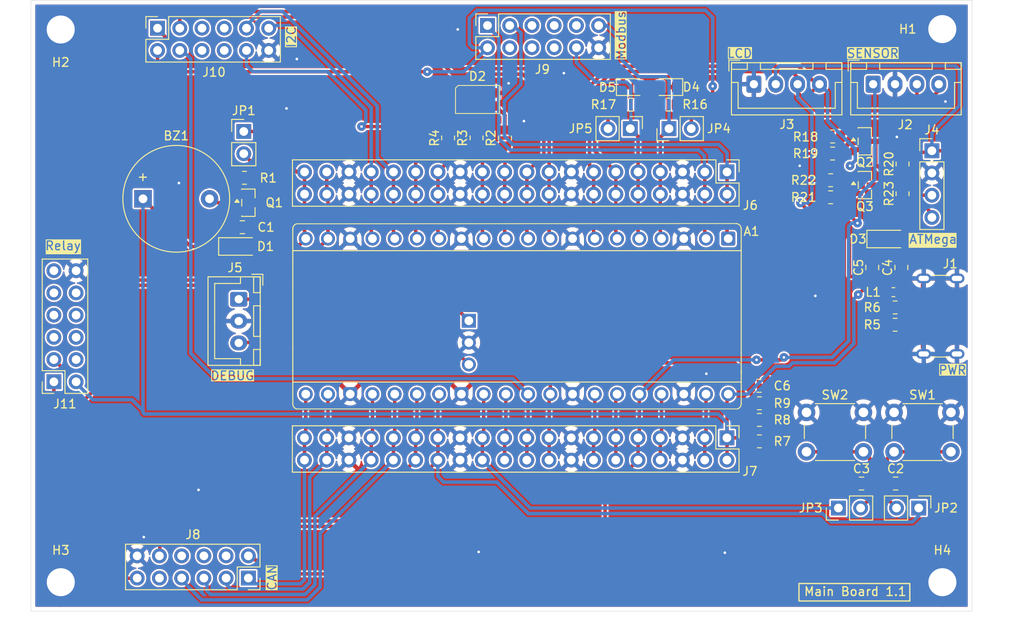
<source format=kicad_pcb>
(kicad_pcb (version 20241229) (generator "pcbnew") (generator_version "9.0")
  (title_block (title "Main_Board") (date "2025-10-26") (rev "1.1") (company "PKl"))
  (layers (0 "F.Cu" signal) (2 "B.Cu" signal) (13 "F.Paste" user) (15 "B.Paste" user) (5 "F.SilkS" user "F.Silkscreen") (7 "B.SilkS" user "B.Silkscreen") (1 "F.Mask" user) (3 "B.Mask" user) (25 "Edge.Cuts" user))
  (net 0 "")
  (net 1 "GPIO12")
  (net 2 "GPIO21")
  (net 3 "GND")
  (net 4 "ADC2")
  (net 5 "ADC_REF")
  (net 6 "GPIO20")
  (net 7 "GPIO9")
  (net 8 "GPIO8")
  (net 9 "ADC0")
  (net 10 "GPIO11")
  (net 11 "SPI0_CS")
  (net 12 "ADC1")
  (net 13 "GPIO2")
  (net 14 "UART0_TX")
  (net 15 "I2C0_SDA")
  (net 16 "SPI0_SCK")
  (net 17 "+3V3")
  (net 18 "SPI0_MOSI")
  (net 19 "I2C0_SCL")
  (net 20 "GPIO3")
  (net 21 "SPI0_MISO")
  (net 22 "I2C1_SCL")
  (net 23 "3V3_EN")
  (net 24 "GPIO22")
  (net 25 "UART0_RX")
  (net 26 "3V3")
  (net 27 "GPIO10")
  (net 28 "RUN")
  (net 29 "5V")
  (net 30 "Net-(BZ1--)")
  (net 31 "I2C1_SDA")
  (net 32 "USB_VBUS")
  (net 33 "USB_CC1")
  (net 34 "USB_CC2")
  (net 35 "SWCLK")
  (net 36 "SWDIO")
  (net 37 "Net-(D2-DO)")
  (net 38 "Net-(D2-VDD)")
  (net 39 "GPIO15")
  (net 40 "GPIO13")
  (net 41 "GPIO14")
  (net 42 "Net-(D2-DI)")
  (net 43 "Net-(D4-A)")
  (net 44 "Net-(D5-A)")
  (net 45 "Net-(Q1-B)")
  (net 46 "Net-(R7-Pad2)")
  (net 47 "I2C_5V_SDA")
  (net 48 "I2C_5V_SCL")
  (net 49 "Net-(JP2-B)")
  (net 50 "Net-(JP3-B)")
  (net 51 "Net-(JP1-B)")
  (net 52 "Net-(JP4-B)")
  (net 53 "Net-(JP5-B)")
  (net 76 "Net-(Q2-G)")
  (net 77 "Net-(Q3-G)")
  (footprint "Diode_SMD:D_SOD-123F" (layer "F.Cu") (at 188.29 91.27)
    (property "Reference" "D3")
    (property "Value" "SMF5.0A")
  )
  (footprint "Capacitor_SMD:C_0805_2012Metric" (layer "F.Cu") (at 190.015 94.52 -90)
    (property "Reference" "C4")
    (property "Value" "10uF")
  )
  (footprint "MountingHole:MountingHole_3.2mm_M3_DIN965_Pad" (layer "F.Cu") (at 194.69 67.27)
    (property "Reference" "H1")
    (property "Value" "MountingHole_Pad")
  )
  (footprint "Resistor_SMD:R_0805_2012Metric" (layer "F.Cu") (at 163.3875 75.9)
    (property "Reference" "R16")
    (property "Value" "330")
  )
  (footprint "Connector_PinHeader_2.54mm:PinHeader_2x20_P2.54mm_Vertical" (layer "F.Cu") (at 170.09 114 -90)
    (property "Reference" "J7")
    (property "Value" "Pico_Con2")
  )
  (footprint "Resistor_SMD:R_0805_2012Metric" (layer "F.Cu") (at 181.9375 84.55 180)
    (property "Reference" "R22")
    (property "Value" "4K7")
  )
  (footprint "Connector_PinSocket_2.54mm:PinSocket_2x06_P2.54mm_Vertical" (layer "F.Cu") (at 115.425 130.03 -90)
    (property "Reference" "J8")
    (property "Value" "CAN")
  )
  (footprint "MountingHole:MountingHole_3.2mm_M3_DIN965_Pad" (layer "F.Cu") (at 93.99 67.32)
    (property "Reference" "H2")
    (property "Value" "MountingHole_Pad")
  )
  (footprint "Resistor_SMD:R_0805_2012Metric" (layer "F.Cu") (at 159.125 75.91 180)
    (property "Reference" "R17")
    (property "Value" "330")
  )
  (footprint "Connector_PinHeader_2.54mm:PinHeader_1x02_P2.54mm_Vertical" (layer "F.Cu") (at 182.82 122.02 90)
    (property "Reference" "JP3")
    (property "Value" "Jumper_2_Bridged")
  )
  (footprint "Resistor_SMD:R_0805_2012Metric" (layer "F.Cu") (at 173.7975 110.05)
    (property "Reference" "R9")
    (property "Value" "1K")
  )
  (footprint "Connector_PinHeader_2.54mm:PinHeader_1x04_P2.54mm_Vertical" (layer "F.Cu") (at 193.5 81.18)
    (property "Reference" "J4")
    (property "Value" "ATMega")
  )
  (footprint "Resistor_SMD:R_0805_2012Metric" (layer "F.Cu") (at 173.7975 114.4)
    (property "Reference" "R7")
    (property "Value" "100K")
  )
  (footprint "Connector_PinHeader_2.54mm:PinHeader_1x02_P2.54mm_Vertical" (layer "F.Cu") (at 163.475 78.65 90)
    (property "Reference" "JP4")
    (property "Value" "Jumper_2_Bridged")
  )
  (footprint "Buzzer_Beeper:Buzzer_12x9.5RM7.6" (layer "F.Cu") (at 103.39 86.67)
    (property "Reference" "BZ1")
    (property "Value" "Buzzer 5V 12mm")
  )
  (footprint "Package_TO_SOT_SMD:SOT-23" (layer "F.Cu") (at 185.8375 80.1)
    (property "Reference" "Q2")
    (property "Value" "BSS138")
  )
  (footprint "Connector_JST:JST_XH_B4B-XH-A_1x04_P2.50mm_Vertical" (layer "F.Cu") (at 186.79 73.57)
    (property "Reference" "J2")
    (property "Value" "Sensor")
  )
  (footprint "Library:RaspberryPi_Pico_Common_Unspecified" (layer "F.Cu") (at 146.11 100.11 -90)
    (property "Reference" "A1")
    (property "Value" "RaspberryPi Pico 2W")
  )
  (footprint "Connector_PinSocket_2.54mm:PinSocket_2x06_P2.54mm_Vertical" (layer "F.Cu") (at 93.21 107.59 180)
    (property "Reference" "J11")
    (property "Value" "Relay")
  )
  (footprint "LED_SMD:LED_Avago_PLCC4_3.2x2.8mm_CW" (layer "F.Cu") (at 141.59 75.32)
    (property "Reference" "D2")
    (property "Value" "OSTBPCS2C2B")
  )
  (footprint "MountingHole:MountingHole_3.2mm_M3_DIN965_Pad" (layer "F.Cu") (at 194.7 130.5)
    (property "Reference" "H4")
    (property "Value" "MountingHole_Pad")
  )
  (footprint "Button_Switch_THT:SW_PUSH_6mm" (layer "F.Cu") (at 179.18 111.09)
    (property "Reference" "SW2")
    (property "Value" "Tact Switch 6x6mm / 13mm")
  )
  (footprint "Resistor_SMD:R_0805_2012Metric" (layer "F.Cu") (at 141.49 79.7075 -90)
    (property "Reference" "R3")
    (property "Value" "220")
  )
  (footprint "Resistor_SMD:R_0805_2012Metric" (layer "F.Cu") (at 114.9775 84.27)
    (property "Reference" "R1")
    (property "Value" "1K")
  )
  (footprint "Resistor_SMD:R_0805_2012Metric" (layer "F.Cu") (at 138.24 79.7075 -90)
    (property "Reference" "R4")
    (property "Value" "220")
  )
  (footprint "Inductor_SMD:L_0603_1608Metric" (layer "F.Cu") (at 189.1025 97.345)
    (property "Reference" "L1")
    (property "Value" "BLM18AG221SN1D")
  )
  (footprint "Connector_PinSocket_2.54mm:PinSocket_2x06_P2.54mm_Vertical" (layer "F.Cu") (at 142.74 66.86 90)
    (property "Reference" "J9")
    (property "Value" "Modbus")
  )
  (footprint "Capacitor_SMD:C_0805_2012Metric" (layer "F.Cu") (at 185.46 119.22 180)
    (property "Reference" "C3")
    (property "Value" "100nF")
  )
  (footprint "Resistor_SMD:R_0805_2012Metric" (layer "F.Cu") (at 173.7975 111.95 180)
    (property "Reference" "R8")
    (property "Value" "200K")
  )
  (footprint "Connector_PinHeader_2.54mm:PinHeader_1x02_P2.54mm_Vertical" (layer "F.Cu") (at 114.9 78.975)
    (property "Reference" "JP1")
    (property "Value" "Jumper_2_Bridged")
  )
  (footprint "Button_Switch_THT:SW_PUSH_6mm" (layer "F.Cu") (at 189.18 111.09)
    (property "Reference" "SW1")
    (property "Value" "Tact Switch 6x6mm / 13mm")
  )
  (footprint "LED_SMD:LED_0805_2012Metric" (layer "F.Cu") (at 159.15 73.9)
    (property "Reference" "D5")
    (property "Value" "LED")
  )
  (footprint "Connector_PinHeader_2.54mm:PinHeader_1x02_P2.54mm_Vertical" (layer "F.Cu") (at 159.05 78.65 -90)
    (property "Reference" "JP5")
    (property "Value" "Jumper_2_Bridged")
  )
  (footprint "Capacitor_SMD:C_0805_2012Metric" (layer "F.Cu") (at 189.36 119.22)
    (property "Reference" "C2")
    (property "Value" "100nF")
  )
  (footprint "Connector_JST:JST_XH_B4B-XH-A_1x04_P2.50mm_Vertical" (layer "F.Cu") (at 173.165 73.57)
    (property "Reference" "J3")
    (property "Value" "LCD 16x2")
  )
  (footprint "LED_SMD:LED_0805_2012Metric" (layer "F.Cu") (at 163.35 73.9 180)
    (property "Reference" "D4")
    (property "Value" "LED")
  )
  (footprint "Capacitor_SMD:C_0805_2012Metric" (layer "F.Cu") (at 114.74 89.92 180)
    (property "Reference" "C1")
    (property "Value" "100nF")
  )
  (footprint "Resistor_SMD:R_0805_2012Metric" (layer "F.Cu") (at 182.1625 81.5 180)
    (property "Reference" "R19")
    (property "Value" "4K7")
  )
  (footprint "Capacitor_SMD:C_0805_2012Metric" (layer "F.Cu") (at 173.76 108.05)
    (property "Reference" "C6")
    (property "Value" "100nF")
  )
  (footprint "Resistor_SMD:R_0805_2012Metric" (layer "F.Cu") (at 182.1625 79.55 180)
    (property "Reference" "R18")
    (property "Value" "4K7")
  )
  (footprint "Connector_JST:JST_XH_B3B-XH-A_1x03_P2.50mm_Vertical" (layer "F.Cu") (at 114.325 98.15 -90)
    (property "Reference" "J5")
    (property "Value" "DEBUG")
  )
  (footprint "MountingHole:MountingHole_3.2mm_M3_DIN965_Pad" (layer "F.Cu") (at 94 130.5)
    (property "Reference" "H3")
    (property "Value" "MountingHole_Pad")
  )
  (footprint "Connector_PinHeader_2.54mm:PinHeader_2x20_P2.54mm_Vertical" (layer "F.Cu") (at 170.1 83.6 -90)
    (property "Reference" "J6")
    (property "Value" "Pico_Con1")
  )
  (footprint "Resistor_SMD:R_0805_2012Metric" (layer "F.Cu") (at 189.3025 99.095)
    (property "Reference" "R6")
    (property "Value" "5K1")
  )
  (footprint "Package_TO_SOT_SMD:SOT-23" (layer "F.Cu") (at 185.85 85.1)
    (property "Reference" "Q3")
    (property "Value" "BSS138")
  )
  (footprint "Resistor_SMD:R_0805_2012Metric" (layer "F.Cu") (at 181.9375 86.5 180)
    (property "Reference" "R21")
    (property "Value" "4K7")
  )
  (footprint "Connector_PinSocket_2.54mm:PinSocket_2x06_P2.54mm_Vertical" (layer "F.Cu") (at 105.05 67.17 90)
    (property "Reference" "J10")
    (property "Value" "I2C")
  )
  (footprint "Capacitor_SMD:C_0805_2012Metric" (layer "F.Cu") (at 186.69 94.52 -90)
    (property "Reference" "C5")
    (property "Value" "100nF")
  )
  (footprint "Resistor_SMD:R_0805_2012Metric" (layer "F.Cu") (at 144.74 79.72 -90)
    (property "Reference" "R2")
    (property "Value" "220")
  )
  (footprint "Resistor_SMD:R_0805_2012Metric" (layer "F.Cu") (at 190.15 86.1 -90)
    (property "Reference" "R23")
    (property "Value" "4K7")
  )
  (footprint "Resistor_SMD:R_0805_2012Metric" (layer "F.Cu") (at 189.3025 101.07)
    (property "Reference" "R5")
    (property "Value" "5K1")
  )
  (footprint "Package_TO_SOT_SMD:SOT-23" (layer "F.Cu") (at 115.4275 87.12)
    (property "Reference" "Q1")
    (property "Value" "BC817-40-DIO")
  )
  (footprint "Connector_USB:USB_C_Receptacle_GCT_USB4125-xx-x_6P_TopMnt_Horizontal" (layer "F.Cu") (at 195.565 100.09 90)
    (property "Reference" "J1")
    (property "Value" "USB_C_Receptacle_PowerOnly_6P")
  )
  (footprint "Resistor_SMD:R_0805_2012Metric" (layer "F.Cu") (at 190.15 82.6875 90)
    (property "Reference" "R20")
    (property "Value" "4K7")
  )
  (footprint "Connector_PinHeader_2.54mm:PinHeader_1x02_P2.54mm_Vertical" (layer "F.Cu") (at 192 122.02 -90)
    (property "Reference" "JP2")
    (property "Value" "Jumper_2_Bridged")
  )
  (footprint "Diode_SMD:D_SOD-123F" (layer "F.Cu") (at 114.24 92.12)
    (property "Reference" "D1")
    (property "Value" "1N4148W-DIO")
  )
  (gr_rect (start 178.32 130.65) (end 190.98 132.65) (stroke (width 0.15)) (fill no) (layer "F.SilkS"))
  (gr_rect (start 90.59 63.97) (end 198.09 133.81) (stroke (width 0.05)) (fill no) (layer "Edge.Cuts"))
  (gr_text "CAN" (at 118.13 129.97 90) (layer "F.SilkS" knockout) (effects (font (size 1 1))))
  (gr_text "I2C" (at 120.34 68.18 90) (layer "F.SilkS" knockout) (effects (font (size 1 1))))
  (gr_text "Modbus" (at 158 68 90) (layer "F.SilkS" knockout) (effects (font (size 1 1))))
  (gr_text "DEBUG" (at 113.6 106.9 0) (layer "F.SilkS" knockout) (effects (font (size 1 1))))
  (gr_text "SENSOR" (at 186.75 70.05 0) (layer "F.SilkS" knockout) (effects (font (size 1 1))))
  (gr_text "ATMega" (at 193.65 91.3 0) (layer "F.SilkS" knockout) (effects (font (size 1 1))))
  (gr_text "Main Board 1.1" (at 178.82 132.15 0) (layer "F.SilkS") (effects (font (size 1 1)) (justify left bottom)))
  (gr_text "PWR" (at 195.85 106.25 0) (layer "F.SilkS" knockout) (effects (font (size 1 1))))
  (gr_text "LCD" (at 171.55 70.05 0) (layer "F.SilkS" knockout) (effects (font (size 1 1))))
  (gr_text "Relay" (at 94.25 92.04 0) (layer "F.SilkS" knockout) (effects (font (size 1 1))))
  (segment (start 132 86.2) (end 132 91.08) (width 0.4) (layer "F.Cu") (net 1))
  (segment (start 132 91.08) (end 132.14 91.22) (width 0.4) (layer "F.Cu") (net 1))
  (segment (start 132 86.2) (end 132 83.66) (width 0.4) (layer "F.Cu") (net 1))
  (segment (start 131.82 83.6) (end 132 83.6) (width 0.4) (layer "B.Cu") (net 1))
  (segment (start 116.83 65.24) (end 119.32 65.24) (width 0.4) (layer "B.Cu") (net 1))
  (segment (start 115.21 66.86) (end 116.83 65.24) (width 0.4) (layer "B.Cu") (net 1))
  (segment (start 130.16 76.08) (end 130.16 81.94) (width 0.4) (layer "B.Cu") (net 1))
  (segment (start 130.16 81.94) (end 131.82 83.6) (width 0.4) (layer "B.Cu") (net 1))
  (segment (start 119.32 65.24) (end 130.16 76.08) (width 0.4) (layer "B.Cu") (net 1))
  (segment (start 137.08 116.54) (end 137.08 114) (width 0.4) (layer "F.Cu") (net 2))
  (segment (start 133.78 118.14) (end 135.47 118.14) (width 0.4) (layer "F.Cu") (net 2))
  (segment (start 105.265 127.49) (end 105.315 127.44) (width 0.4) (layer "F.Cu") (net 2))
  (segment (start 135.47 118.14) (end 137.07 116.54) (width 0.4) (layer "F.Cu") (net 2))
  (segment (start 107.14 124.13) (end 127.79 124.13) (width 0.4) (layer "F.Cu") (net 2))
  (segment (start 105.315 125.955) (end 107.14 124.13) (width 0.4) (layer "F.Cu") (net 2))
  (segment (start 137.08 109.14) (end 137.22 109) (width 0.4) (layer "F.Cu") (net 2))
  (segment (start 192 122.02) (end 192 122.18) (width 0.4) (layer "F.Cu") (net 2))
  (segment (start 127.79 124.13) (end 133.78 118.14) (width 0.4) (layer "F.Cu") (net 2))
  (segment (start 137.49 116.96) (end 137.07 116.54) (width 0.4) (layer "F.Cu") (net 2))
  (segment (start 105.315 127.44) (end 105.315 125.955) (width 0.4) (layer "F.Cu") (net 2))
  (segment (start 137.08 114) (end 137.08 109.14) (width 0.4) (layer "F.Cu") (net 2))
  (segment (start 137.05 116.56) (end 137.07 116.54) (width 0.4) (layer "F.Cu") (net 2))
  (segment (start 191.28 123.62) (end 181.98 123.62) (width 0.4) (layer "B.Cu") (net 2))
  (segment (start 147.42 122.66) (end 143.82 119.06) (width 0.4) (layer "B.Cu") (net 2))
  (segment (start 181.98 123.62) (end 181.02 122.66) (width 0.4) (layer "B.Cu") (net 2))
  (segment (start 181.02 122.66) (end 147.42 122.66) (width 0.4) (layer "B.Cu") (net 2))
  (segment (start 137.72 119.06) (end 137.07 118.41) (width 0.4) (layer "B.Cu") (net 2))
  (segment (start 143.82 119.06) (end 137.72 119.06) (width 0.4) (layer "B.Cu") (net 2))
  (segment (start 192 122.9) (end 191.28 123.62) (width 0.4) (layer "B.Cu") (net 2))
  (segment (start 137.07 118.41) (end 137.07 116.54) (width 0.4) (layer "B.Cu") (net 2))
  (segment (start 192 122.02) (end 192 122.9) (width 0.4) (layer "B.Cu") (net 2))
  (segment (start 194.96 128.91) (end 195.12 128.75) (width 0.4) (layer "F.Cu") (net 3))
  (via (at 195.05 75.55) (size 1) (drill 0.3) (layers "F.Cu" "B.Cu") (net 3))
  (via (at 139.34 67.31) (size 1) (drill 0.3) (layers "F.Cu" "B.Cu") (net 3))
  (via (at 120.96 70.69) (size 1) (drill 0.3) (layers "F.Cu" "B.Cu") (net 3))
  (via (at 167.74 106.67) (size 1) (drill 0.3) (layers "F.Cu" "B.Cu") (net 3))
  (via (at 103.48 125.34) (size 1) (drill 0.3) (layers "F.Cu" "B.Cu") (net 3))
  (via (at 189.5 79.6) (size 1) (drill 0.3) (layers "F.Cu" "B.Cu") (net 3))
  (via (at 169.85 127.13) (size 1) (drill 0.3) (layers "F.Cu" "B.Cu") (net 3))
  (via (at 180.19 97.77) (size 1) (drill 0.3) (layers "F.Cu" "B.Cu") (net 3))
  (via (at 151.46 72.31) (size 1) (drill 0.3) (layers "F.Cu" "B.Cu") (net 3))
  (via (at 146.9 77.79) (size 1) (drill 0.3) (layers "F.Cu" "B.Cu") (net 3))
  (via (at 178.4 82.9) (size 1) (drill 0.3) (layers "F.Cu" "B.Cu") (net 3))
  (via (at 107.49 84.87) (size 1) (drill 0.3) (layers "F.Cu" "B.Cu") (net 3))
  (via (at 145.15 73.47) (size 1) (drill 0.3) (layers "F.Cu" "B.Cu") (net 3))
  (via (at 141.73 127.04) (size 1) (drill 0.3) (layers "F.Cu" "B.Cu") (net 3))
  (via (at 109.73 119.95) (size 1) (drill 0.3) (layers "F.Cu" "B.Cu") (net 3))
  (via (at 119.78 76.34) (size 1) (drill 0.3) (layers "F.Cu" "B.Cu") (net 3))
  (segment (start 155 113.86) (end 154.86 114) (width 0.4) (layer "F.Cu") (net 4))
  (segment (start 154.86 114) (end 154.86 116.54) (width 0.4) (layer "F.Cu") (net 4))
  (segment (start 155 109) (end 155 113.86) (width 0.4) (layer "F.Cu") (net 4))
  (segment (start 157.4 109.14) (end 157.54 109) (width 0.4) (layer "F.Cu") (net 5))
  (segment (start 157.4 116.54) (end 157.4 114) (width 0.4) (layer "F.Cu") (net 5))
  (segment (start 157.4 114) (end 157.4 109.14) (width 0.4) (layer "F.Cu") (net 5))
  (segment (start 99.65 129.52) (end 100.21 130.08) (width 0.4) (layer "F.Cu") (net 6))
  (segment (start 134.53 116.54) (end 127.57 123.5) (width 0.4) (layer "F.Cu") (net 6))
  (segment (start 100.21 130.08) (end 100.24 130.05) (width 0.4) (layer "F.Cu") (net 6))
  (segment (start 101.96 123.5) (end 99.65 125.81) (width 0.4) (layer "F.Cu") (net 6))
  (segment (start 127.57 123.5) (end 101.96 123.5) (width 0.4) (layer "F.Cu") (net 6))
  (segment (start 134.53 114) (end 134.53 116.54) (width 0.4) (layer "F.Cu") (net 6))
  (segment (start 134.68 113.85) (end 134.53 114) (width 0.4) (layer "F.Cu") (net 6))
  (segment (start 102.705 130.05) (end 102.725 130.03) (width 0.4) (layer "F.Cu") (net 6))
  (segment (start 99.65 125.81) (end 99.65 129.52) (width 0.4) (layer "F.Cu") (net 6))
  (segment (start 100.24 130.05) (end 102.705 130.05) (width 0.4) (layer "F.Cu") (net 6))
  (segment (start 134.68 109) (end 134.68 113.85) (width 0.4) (layer "F.Cu") (net 6))
  (segment (start 142.16 91.08) (end 142.3 91.22) (width 0.4) (layer "F.Cu") (net 7))
  (segment (start 142.16 81.29) (end 142.16 83.6) (width 0.4) (layer "F.Cu") (net 7))
  (segment (start 141.49 80.62) (end 142.16 81.29) (width 0.4) (layer "F.Cu") (net 7))
  (segment (start 142.16 86.2) (end 142.16 91.08) (width 0.4) (layer "F.Cu") (net 7))
  (segment (start 142.16 83.66) (end 142.16 86.2) (width 0.4) (layer "F.Cu") (net 7))
  (segment (start 144.7 91.08) (end 144.84 91.22) (width 0.4) (layer "F.Cu") (net 8))
  (segment (start 144.7 83.66) (end 144.7 86.2) (width 0.4) (layer "F.Cu") (net 8))
  (segment (start 144.7 86.2) (end 144.7 91.08) (width 0.4) (layer "F.Cu") (net 8))
  (segment (start 144.74 83.56) (end 144.7 83.6) (width 0.4) (layer "F.Cu") (net 8))
  (segment (start 144.74 80.6325) (end 144.74 83.56) (width 0.4) (layer "F.Cu") (net 8))
  (segment (start 147.38 109) (end 147.38 113.86) (width 0.4) (layer "F.Cu") (net 9))
  (segment (start 147.24 114) (end 147.24 116.54) (width 0.4) (layer "F.Cu") (net 9))
  (segment (start 147.38 113.86) (end 147.24 114) (width 0.4) (layer "F.Cu") (net 9))
  (segment (start 111.75 107.24) (end 145.62 107.24) (width 0.4) (layer "B.Cu") (net 9))
  (segment (start 145.62 107.24) (end 147.38 109) (width 0.4) (layer "B.Cu") (net 9))
  (segment (start 108.85 104.34) (end 111.75 107.24) (width 0.4) (layer "B.Cu") (net 9))
  (segment (start 108.85 70.66) (end 108.85 104.34) (width 0.4) (layer "B.Cu") (net 9))
  (segment (start 107.59 69.4) (end 108.85 70.66) (width 0.4) (layer "B.Cu") (net 9))
  (segment (start 128.35 78.41) (end 134.03 78.41) (width 0.4) (layer "F.Cu") (net 10))
  (segment (start 134.03 78.41) (end 134.54 78.92) (width 0.4) (layer "F.Cu") (net 10))
  (segment (start 134.54 86.2) (end 134.54 91.08) (width 0.4) (layer "F.Cu") (net 10))
  (segment (start 134.54 78.92) (end 134.54 83.6) (width 0.4) (layer "F.Cu") (net 10))
  (segment (start 134.54 83.66) (end 134.54 86.2) (width 0.4) (layer "F.Cu") (net 10))
  (segment (start 134.54 91.08) (end 134.68 91.22) (width 0.4) (layer "F.Cu") (net 10))
  (via (at 128.35 78.41) (size 1) (drill 0.3) (layers "F.Cu" "B.Cu") (net 10))
  (segment (start 115.21 71.43) (end 115.9 72.12) (width 0.4) (layer "B.Cu") (net 10))
  (segment (start 128.35 78.41) (end 128.31 78.45) (width 0.4) (layer "B.Cu") (net 10))
  (segment (start 128.84 77.92) (end 128.35 78.41) (width 0.4) (layer "B.Cu") (net 10))
  (segment (start 128.84 76.52) (end 128.84 77.92) (width 0.4) (layer "B.Cu") (net 10))
  (segment (start 115.21 69.4) (end 115.21 71.43) (width 0.4) (layer "B.Cu") (net 10))
  (segment (start 115.9 72.12) (end 124.44 72.12) (width 0.4) (layer "B.Cu") (net 10))
  (segment (start 124.44 72.12) (end 128.84 76.52) (width 0.4) (layer "B.Cu") (net 10))
  (segment (start 124.52 109) (end 124.52 113.86) (width 0.4) (layer "F.Cu") (net 11))
  (segment (start 124.38 114) (end 124.38 116.54) (width 0.4) (layer "F.Cu") (net 11))
  (segment (start 124.52 113.86) (end 124.38 114) (width 0.4) (layer "F.Cu") (net 11))
  (segment (start 122.43 130.51) (end 121.66 131.28) (width 0.4) (layer "B.Cu") (net 11))
  (segment (start 122.43 118.48) (end 122.43 130.51) (width 0.4) (layer "B.Cu") (net 11))
  (segment (start 112.935 130.775) (end 112.935 130.4) (width 0.4) (layer "B.Cu") (net 11))
  (segment (start 113.44 131.28) (end 112.935 130.775) (width 0.4) (layer "B.Cu") (net 11))
  (segment (start 124.37 116.54) (end 122.43 118.48) (width 0.4) (layer "B.Cu") (net 11))
  (segment (start 121.66 131.28) (end 113.44 131.28) (width 0.4) (layer "B.Cu") (net 11))
  (segment (start 149.78 116.54) (end 149.78 114) (width 0.4) (layer "F.Cu") (net 12))
  (segment (start 149.92 105.89) (end 149.92 109) (width 0.4) (layer "F.Cu") (net 12))
  (segment (start 149.78 109.14) (end 149.92 109) (width 0.4) (layer "F.Cu") (net 12))
  (segment (start 172.81 108.05) (end 172.81 107.24) (width 0.4) (layer "F.Cu") (net 12))
  (segment (start 149.78 114) (end 149.78 109.14) (width 0.4) (layer "F.Cu") (net 12))
  (segment (start 172.81 107.24) (end 170.99 105.42) (width 0.4) (layer "F.Cu") (net 12))
  (segment (start 150.39 105.42) (end 149.92 105.89) (width 0.4) (layer "F.Cu") (net 12))
  (segment (start 170.99 105.42) (end 150.39 105.42) (width 0.4) (layer "F.Cu") (net 12))
  (segment (start 172.885 108.125) (end 172.81 108.05) (width 0.4) (layer "F.Cu") (net 12))
  (segment (start 172.885 110.05) (end 172.885 108.125) (width 0.4) (layer "F.Cu") (net 12))
  (segment (start 162.48 86.2) (end 162.48 91.08) (width 0.4) (layer "F.Cu") (net 13))
  (segment (start 162.48 91.08) (end 162.62 91.22) (width 0.4) (layer "F.Cu") (net 13))
  (segment (start 162.48 83.66) (end 162.48 86.2) (width 0.4) (layer "F.Cu") (net 13))
  (segment (start 162.48 79.645) (end 162.48 83.6) (width 0.4) (layer "F.Cu") (net 13))
  (segment (start 163.475 78.65) (end 162.48 79.645) (width 0.4) (layer "F.Cu") (net 13))
  (segment (start 156.34 66.86) (end 158.08 68.6) (width 0.4) (layer "B.Cu") (net 13))
  (segment (start 163.02 72.71) (end 163.48 73.17) (width 0.4) (layer "B.Cu") (net 13))
  (segment (start 158.08 68.6) (end 158.08 70.79) (width 0.4) (layer "B.Cu") (net 13))
  (segment (start 158.08 70.79) (end 160 72.71) (width 0.4) (layer "B.Cu") (net 13))
  (segment (start 163.475 73.575) (end 163.475 78.65) (width 0.4) (layer "B.Cu") (net 13))
  (segment (start 155.44 66.86) (end 156.34 66.86) (width 0.4) (layer "B.Cu") (net 13))
  (segment (start 160 72.71) (end 163.02 72.71) (width 0.4) (layer "B.Cu") (net 13))
  (segment (start 163.48 73.57) (end 163.475 73.575) (width 0.4) (layer "B.Cu") (net 13))
  (segment (start 163.48 73.17) (end 163.48 73.57) (width 0.4) (layer "B.Cu") (net 13))
  (segment (start 155.455 66.861424) (end 155.455 66.795) (width 0.4) (layer "B.Cu") (net 13))
  (segment (start 170.1 83.66) (end 170.1 86.2) (width 0.4) (layer "F.Cu") (net 14))
  (segment (start 170.1 91.08) (end 170.24 91.22) (width 0.4) (layer "F.Cu") (net 14))
  (segment (start 170.1 86.2) (end 170.1 91.08) (width 0.4) (layer "F.Cu") (net 14))
  (segment (start 169.15 80.47) (end 170.1 81.42) (width 0.4) (layer "B.Cu") (net 14))
  (segment (start 170.1 81.42) (end 170.1 83.6) (width 0.4) (layer "B.Cu") (net 14))
  (segment (start 144.67 79.51) (end 145.63 80.47) (width 0.4) (layer "B.Cu") (net 14))
  (segment (start 144.67 75.48) (end 144.67 79.51) (width 0.4) (layer "B.Cu") (net 14))
  (segment (start 146.56 67.72) (end 146.56 73.59) (width 0.4) (layer "B.Cu") (net 14))
  (segment (start 145.63 80.47) (end 169.15 80.47) (width 0.4) (layer "B.Cu") (net 14))
  (segment (start 146.56 73.59) (end 144.67 75.48) (width 0.4) (layer "B.Cu") (net 14))
  (segment (start 145.295 66.861424) (end 145.701424 66.861424) (width 0.4) (layer "B.Cu") (net 14))
  (segment (start 145.701424 66.861424) (end 146.56 67.72) (width 0.4) (layer "B.Cu") (net 14))
  (segment (start 157.4 91.08) (end 157.54 91.22) (width 0.4) (layer "F.Cu") (net 15))
  (segment (start 178.18 74.54) (end 178.18 73.585) (width 0.4) (layer "F.Cu") (net 15))
  (segment (start 178.74 75.1) (end 178.18 74.54) (width 0.4) (layer "F.Cu") (net 15))
  (segment (start 155 81.2) (end 157.4 83.6) (width 0.4) (layer "F.Cu") (net 15))
  (segment (start 194.29 74.29) (end 191.37 77.21) (width 0.4) (layer "F.Cu") (net 15))
  (segment (start 180.83 77.21) (end 178.74 75.12) (width 0.4) (layer "F.Cu") (net 15))
  (segment (start 184.4625 86.5) (end 184.9125 86.05) (width 0.4) (layer "F.Cu") (net 15))
  (segment (start 191.37 77.21) (end 180.83 77.21) (width 0.4) (layer "F.Cu") (net 15))
  (segment (start 178.165 72.795) (end 177.49 72.12) (width 0.4) (layer "F.Cu") (net 15))
  (segment (start 157.4 83.66) (end 157.4 86.2) (width 0.4) (layer "F.Cu") (net 15))
  (segment (start 155 74.11) (end 155 81.2) (width 0.4) (layer "F.Cu") (net 15))
  (segment (start 179.5 88.15) (end 182.55 88.15) (width 0.4) (layer "F.Cu") (net 15))
  (segment (start 194.29 73.57) (end 194.29 74.29) (width 0.4) (layer "F.Cu") (net 15))
  (segment (start 178.74 75.12) (end 178.74 75.1) (width 0.4) (layer "F.Cu") (net 15))
  (segment (start 178.5 87.15) (end 179.5 88.15) (width 0.4) (layer "F.Cu") (net 15))
  (segment (start 182.85 87.85) (end 182.85 86.375) (width 0.4) (layer "F.Cu") (net 15))
  (segment (start 178.18 73.585) (end 178.165 73.57) (width 0.4) (layer "F.Cu") (net 15))
  (segment (start 178.165 73.57) (end 178.165 72.795) (width 0.4) (layer "F.Cu") (net 15))
  (segment (start 182.85 86.5) (end 184.4625 86.5) (width 0.4) (layer "F.Cu") (net 15))
  (segment (start 177.49 72.12) (end 156.99 72.12) (width 0.4) (layer "F.Cu") (net 15))
  (segment (start 156.99 72.12) (end 155 74.11) (width 0.4) (layer "F.Cu") (net 15))
  (segment (start 182.85 86.375) (end 183.0625 86.1625) (width 0.4) (layer "F.Cu") (net 15))
  (segment (start 157.4 86.2) (end 157.4 91.08) (width 0.4) (layer "F.Cu") (net 15))
  (segment (start 182.55 88.15) (end 182.85 87.85) (width 0.4) (layer "F.Cu") (net 15))
  (via (at 178.5 87.15) (size 1) (drill 0.3) (layers "F.Cu" "B.Cu") (net 15))
  (segment (start 179.79 86.66) (end 179.79 76.77) (width 0.4) (layer "B.Cu") (net 15))
  (segment (start 178.5 87.15) (end 179.3 87.15) (width 0.4) (layer "B.Cu") (net 15))
  (segment (start 178.165 75.145) (end 178.165 73.57) (width 0.4) (layer "B.Cu") (net 15))
  (segment (start 179.79 76.77) (end 178.165 75.145) (width 0.4) (layer "B.Cu") (net 15))
  (segment (start 179.3 87.15) (end 179.79 86.66) (width 0.4) (layer "B.Cu") (net 15))
  (segment (start 129.46 116.54) (end 129.46 114) (width 0.4) (layer "F.Cu") (net 16))
  (segment (start 129.6 113.86) (end 129.46 114) (width 0.4) (layer "F.Cu") (net 16))
  (segment (start 129.6 109) (end 129.6 113.86) (width 0.4) (layer "F.Cu") (net 16))
  (segment (start 110.395 130.4) (end 110.365 130.43) (width 0.4) (layer "B.Cu") (net 16))
  (segment (start 129.45 116.54) (end 123.03 122.96) (width 0.4) (layer "B.Cu") (net 16))
  (segment (start 111.1 131.9) (end 110.7 131.5) (width 0.4) (layer "B.Cu") (net 16))
  (segment (start 110.7 131.5) (end 110.7 130.43) (width 0.4) (layer "B.Cu") (net 16))
  (segment (start 110.67 130.4) (end 110.395 130.4) (width 0.4) (layer "B.Cu") (net 16))
  (segment (start 123.03 130.78) (end 121.91 131.9) (width 0.4) (layer "B.Cu") (net 16))
  (segment (start 121.91 131.9) (end 111.1 131.9) (width 0.4) (layer "B.Cu") (net 16))
  (segment (start 110.7 130.43) (end 110.67 130.4) (width 0.4) (layer "B.Cu") (net 16))
  (segment (start 123.03 122.96) (end 123.03 130.78) (width 0.4) (layer "B.Cu") (net 16))
  (segment (start 167.56 114) (end 167.56 116.54) (width 0.4) (layer "F.Cu") (net 17))
  (segment (start 167.7 113.86) (end 167.56 114) (width 0.4) (layer "F.Cu") (net 17))
  (segment (start 167.7 109) (end 167.7 113.86) (width 0.4) (layer "F.Cu") (net 17))
  (segment (start 132.14 109) (end 132.14 113.86) (width 0.4) (layer "F.Cu") (net 18))
  (segment (start 132.14 113.86) (end 132 114) (width 0.4) (layer "F.Cu") (net 18))
  (segment (start 132 114) (end 132 116.54) (width 0.4) (layer "F.Cu") (net 18))
  (segment (start 123.63 131.05) (end 122.16 132.52) (width 0.4) (layer "B.Cu") (net 18))
  (segment (start 107.97 130.4) (end 107.855 130.4) (width 0.4) (layer "B.Cu") (net 18))
  (segment (start 131.99 116.54) (end 123.63 124.9) (width 0.4) (layer "B.Cu") (net 18))
  (segment (start 123.63 124.9) (end 123.63 131.05) (width 0.4) (layer "B.Cu") (net 18))
  (segment (start 110.09 132.52) (end 107.97 130.4) (width 0.4) (layer "B.Cu") (net 18))
  (segment (start 122.16 132.52) (end 110.09 132.52) (width 0.4) (layer "B.Cu") (net 18))
  (segment (start 154.4 83.14) (end 154.4 73.81) (width 0.4) (layer "F.Cu") (net 19))
  (segment (start 154.86 83.6) (end 154.4 83.14) (width 0.4) (layer "F.Cu") (net 19))
  (segment (start 178.27 71.52) (end 180.32 73.57) (width 0.4) (layer "F.Cu") (net 19))
  (segment (start 184.15 82.9) (end 184.75 82.3) (width 0.4) (layer "F.Cu") (net 19))
  (segment (start 156.69 71.52) (end 178.27 71.52) (width 0.4) (layer "F.Cu") (net 19))
  (segment (start 154.86 91.08) (end 155 91.22) (width 0.4) (layer "F.Cu") (net 19))
  (segment (start 180.32 73.57) (end 180.665 73.57) (width 0.4) (layer "F.Cu") (net 19))
  (segment (start 184.75 81.2) (end 184.9 81.05) (width 0.4) (layer "F.Cu") (net 19))
  (segment (start 154.4 73.81) (end 156.69 71.52) (width 0.4) (layer "F.Cu") (net 19))
  (segment (start 183.075 81.5) (end 184.45 81.5) (width 0.4) (layer "F.Cu") (net 19))
  (segment (start 191.79 75.94) (end 191.12 76.61) (width 0.4) (layer "F.Cu") (net 19))
  (segment (start 154.86 83.66) (end 154.86 86.2) (width 0.4) (layer "F.Cu") (net 19))
  (segment (start 184.75 82.3) (end 184.75 81.2) (width 0.4) (layer "F.Cu") (net 19))
  (segment (start 191.12 76.61) (end 181.15 76.61) (width 0.4) (layer "F.Cu") (net 19))
  (segment (start 179.75 75.21) (end 179.75 74.485) (width 0.4) (layer "F.Cu") (net 19))
  (segment (start 154.86 86.2) (end 154.86 91.08) (width 0.4) (layer "F.Cu") (net 19))
  (segment (start 181.15 76.61) (end 179.75 75.21) (width 0.4) (layer "F.Cu") (net 19))
  (segment (start 191.79 73.57) (end 191.79 75.94) (width 0.4) (layer "F.Cu") (net 19))
  (segment (start 179.75 74.485) (end 180.665 73.57) (width 0.4) (layer "F.Cu") (net 19))
  (segment (start 184.45 81.5) (end 184.9 81.05) (width 0.4) (layer "F.Cu") (net 19))
  (via (at 184.15 82.9) (size 1) (drill 0.3) (layers "F.Cu" "B.Cu") (net 19))
  (segment (start 181.59 74.495) (end 180.665 73.57) (width 0.4) (layer "B.Cu") (net 19))
  (segment (start 184.75 82.3) (end 184.75 80.98) (width 0.4) (layer "B.Cu") (net 19))
  (segment (start 181.59 77.82) (end 181.59 74.495) (width 0.4) (layer "B.Cu") (net 19))
  (segment (start 184.15 82.9) (end 184.75 82.3) (width 0.4) (layer "B.Cu") (net 19))
  (segment (start 184.75 80.98) (end 181.59 77.82) (width 0.4) (layer "B.Cu") (net 19))
  (segment (start 159.94 83.66) (end 159.94 86.2) (width 0.4) (layer "F.Cu") (net 20))
  (segment (start 159.94 86.2) (end 159.94 91.08) (width 0.4) (layer "F.Cu") (net 20))
  (segment (start 159.94 79.54) (end 159.94 83.6) (width 0.4) (layer "F.Cu") (net 20))
  (segment (start 159.05 78.65) (end 159.94 79.54) (width 0.4) (layer "F.Cu") (net 20))
  (segment (start 159.94 91.08) (end 160.08 91.22) (width 0.4) (layer "F.Cu") (net 20))
  (segment (start 159.11 73.83) (end 159.11 78.59) (width 0.4) (layer "B.Cu") (net 20))
  (segment (start 159.11 78.59) (end 159.05 78.65) (width 0.4) (layer "B.Cu") (net 20))
  (segment (start 158.61 73.33) (end 159.11 73.83) (width 0.4) (layer "B.Cu") (net 20))
  (segment (start 152.9 71.13) (end 155.1 73.33) (width 0.4) (layer "B.Cu") (net 20))
  (segment (start 152.9 69.4) (end 152.9 71.13) (width 0.4) (layer "B.Cu") (net 20))
  (segment (start 155.1 73.33) (end 158.61 73.33) (width 0.4) (layer "B.Cu") (net 20))
  (segment (start 121.84 114) (end 121.84 116.54) (width 0.4) (layer "F.Cu") (net 21))
  (segment (start 121.98 113.86) (end 121.84 114) (width 0.4) (layer "F.Cu") (net 21))
  (segment (start 121.98 109) (end 121.98 113.86) (width 0.4) (layer "F.Cu") (net 21))
  (segment (start 115.755 130.68) (end 115.475 130.4) (width 0.4) (layer "B.Cu") (net 21))
  (segment (start 121.83 130.22) (end 121.37 130.68) (width 0.4) (layer "B.Cu") (net 21))
  (segment (start 121.83 116.54) (end 121.83 130.22) (width 0.4) (layer "B.Cu") (net 21))
  (segment (start 121.37 130.68) (end 115.755 130.68) (width 0.4) (layer "B.Cu") (net 21))
  (segment (start 108.85 66.47) (end 109.43 65.89) (width 0.4) (layer "F.Cu") (net 22))
  (segment (start 105.05 67.27) (end 106.2 68.42) (width 0.4) (layer "F.Cu") (net 22))
  (segment (start 147.24 83.66) (end 147.24 86.2) (width 0.4) (layer "F.Cu") (net 22))
  (segment (start 108.56 68.42) (end 108.85 68.13) (width 0.4) (layer "F.Cu") (net 22))
  (segment (start 108.85 68.13) (end 108.85 66.47) (width 0.4) (layer "F.Cu") (net 22))
  (segment (start 106.2 68.42) (end 108.56 68.42) (width 0.4) (layer "F.Cu") (net 22))
  (segment (start 149.18 81.66) (end 147.24 83.6) (width 0.4) (layer "F.Cu") (net 22))
  (segment (start 149.18 74.84) (end 149.18 81.66) (width 0.4) (layer "F.Cu") (net 22))
  (segment (start 105.05 66.86) (end 105.05 67.27) (width 0.4) (layer "F.Cu") (net 22))
  (segment (start 147.24 86.2) (end 147.24 91.08) (width 0.4) (layer "F.Cu") (net 22))
  (segment (start 138.781472 72.42) (end 146.76 72.42) (width 0.4) (layer "F.Cu") (net 22))
  (segment (start 109.43 65.89) (end 132.251472 65.89) (width 0.4) (layer "F.Cu") (net 22))
  (segment (start 147.24 91.08) (end 147.38 91.22) (width 0.4) (layer "F.Cu") (net 22))
  (segment (start 146.76 72.42) (end 149.18 74.84) (width 0.4) (layer "F.Cu") (net 22))
  (segment (start 132.251472 65.89) (end 138.781472 72.42) (width 0.4) (layer "F.Cu") (net 22))
  (segment (start 162.62 113.86) (end 162.48 114) (width 0.4) (layer "F.Cu") (net 23))
  (segment (start 162.48 114) (end 162.48 116.54) (width 0.4) (layer "F.Cu") (net 23))
  (segment (start 162.62 109) (end 162.62 113.86) (width 0.4) (layer "F.Cu") (net 23))
  (segment (start 142.3 113.86) (end 142.16 114) (width 0.4) (layer "F.Cu") (net 24))
  (segment (start 142.16 114) (end 142.16 116.54) (width 0.4) (layer "F.Cu") (net 24))
  (segment (start 182.82 122.02) (end 182.82 122.28) (width 0.4) (layer "F.Cu") (net 24))
  (segment (start 141.64 117.05) (end 142.15 116.54) (width 0.4) (layer "F.Cu") (net 24))
  (segment (start 142.3 109) (end 142.3 113.86) (width 0.4) (layer "F.Cu") (net 24))
  (segment (start 182.82 122.02) (end 147.63 122.02) (width 0.4) (layer "B.Cu") (net 24))
  (segment (start 147.63 122.02) (end 142.15 116.54) (width 0.4) (layer "B.Cu") (net 24))
  (segment (start 167.56 86.2) (end 167.56 91.08) (width 0.4) (layer "F.Cu") (net 25))
  (segment (start 167.56 91.08) (end 167.7 91.22) (width 0.4) (layer "F.Cu") (net 25))
  (segment (start 167.56 83.66) (end 167.56 86.2) (width 0.4) (layer "F.Cu") (net 25))
  (segment (start 166.86 81.09) (end 167.52 81.75) (width 0.4) (layer "B.Cu") (net 25))
  (segment (start 144.03 68.24) (end 144.03 79.78) (width 0.4) (layer "B.Cu") (net 25))
  (segment (start 145.34 81.09) (end 166.86 81.09) (width 0.4) (layer "B.Cu") (net 25))
  (segment (start 144.03 79.78) (end 145.34 81.09) (width 0.4) (layer "B.Cu") (net 25))
  (segment (start 142.755 66.861424) (end 142.651424 66.861424) (width 0.4) (layer "B.Cu") (net 25))
  (segment (start 167.52 83.56) (end 167.56 83.6) (width 0.4) (layer "B.Cu") (net 25))
  (segment (start 167.52 81.75) (end 167.52 83.56) (width 0.4) (layer "B.Cu") (net 25))
  (segment (start 142.651424 66.861424) (end 144.03 68.24) (width 0.4) (layer "B.Cu") (net 25))
  (segment (start 176.365 84.12) (end 176.35 84.105) (width 0.4) (layer "F.Cu") (net 26))
  (segment (start 105.78 72.15) (end 135.86 72.15) (width 0.4) (layer "F.Cu") (net 26))
  (segment (start 159.94 114) (end 159.94 116.54) (width 0.4) (layer "F.Cu") (net 26))
  (segment (start 117.84 129.55) (end 116.2 127.91) (width 0.4) (layer "F.Cu") (net 26))
  (segment (start 168.46 73.76) (end 168.42 73.72) (width 0.4) (layer "F.Cu") (net 26))
  (segment (start 173.47 105.08) (end 176.32 105.08) (width 0.4) (layer "F.Cu") (net 26))
  (segment (start 176.32 105.08) (end 176.6 104.8) (width 0.4) (layer "F.Cu") (net 26))
  (segment (start 177.3 84.55) (end 176.35 83.6) (width 0.4) (layer "F.Cu") (net 26))
  (segment (start 177.93 81.5) (end 176.35 79.92) (width 0.4) (layer "F.Cu") (net 26))
  (segment (start 176.35 84.105) (end 176.35 83.6) (width 0.4) (layer "F.Cu") (net 26))
  (segment (start 154.48 129.55) (end 117.84 129.55) (width 0.4) (layer "F.Cu") (net 26))
  (segment (start 176.365 86.845) (end 176.365 84.12) (width 0.4) (layer "F.Cu") (net 26))
  (segment (start 172.62 79.92) (end 168.46 75.76) (width 0.4) (layer "F.Cu") (net 26))
  (segment (start 116.2 127.91) (end 115.525 127.91) (width 0.4) (layer "F.Cu") (net 26))
  (segment (start 185 89.45) (end 184.3 88.75) (width 0.4) (layer "F.Cu") (net 26))
  (segment (start 105.05 71.42) (end 105.78 72.15) (width 0.4) (layer "F.Cu") (net 26))
  (segment (start 135.86 72.15) (end 135.98 72.03) (width 0.4) (layer "F.Cu") (net 26))
  (segment (start 181.025 84.55) (end 177.3 84.55) (width 0.4) (layer "F.Cu") (net 26))
  (segment (start 168.46 75.76) (end 168.46 73.8) (width 0.4) (layer "F.Cu") (net 26))
  (segment (start 176.35 79.92) (end 176.35 83.6) (width 0.4) (layer "F.Cu") (net 26))
  (segment (start 181.025 84.55) (end 181.025 86.5) (width 0.4) (layer "F.Cu") (net 26))
  (segment (start 105.05 69.71) (end 105.05 71.42) (width 0.4) (layer "F.Cu") (net 26))
  (segment (start 115.525 127.91) (end 115.475 127.86) (width 0.4) (layer "F.Cu") (net 26))
  (segment (start 176.35 79.92) (end 172.62 79.92) (width 0.4) (layer "F.Cu") (net 26))
  (segment (start 156.17 120.3) (end 156.17 127.86) (width 0.4) (layer "F.Cu") (net 26))
  (segment (start 181.25 81.5) (end 177.93 81.5) (width 0.4) (layer "F.Cu") (net 26))
  (segment (start 178.27 88.75) (end 176.365 86.845) (width 0.4) (layer "F.Cu") (net 26))
  (segment (start 184.3 88.75) (end 178.27 88.75) (width 0.4) (layer "F.Cu") (net 26))
  (segment (start 160.08 109) (end 160.08 113.86) (width 0.4) (layer "F.Cu") (net 26))
  (segment (start 160.08 113.86) (end 159.94 114) (width 0.4) (layer "F.Cu") (net 26))
  (segment (start 156.17 127.86) (end 154.48 129.55) (width 0.4) (layer "F.Cu") (net 26))
  (segment (start 181.25 79.55) (end 181.25 81.5) (width 0.4) (layer "F.Cu") (net 26))
  (segment (start 159.93 116.54) (end 156.17 120.3) (width 0.4) (layer "F.Cu") (net 26))
  (segment (start 168.46 73.8) (end 168.46 73.76) (width 0.4) (layer "F.Cu") (net 26))
  (via (at 176.6 104.8) (size 1) (drill 0.3) (layers "F.Cu" "B.Cu") (net 26))
  (via (at 185 89.45) (size 1) (drill 0.3) (layers "F.Cu" "B.Cu") (net 26))
  (via (at 173.47 105.08) (size 1) (drill 0.3) (layers "F.Cu" "B.Cu") (net 26))
  (via (at 168.46 73.8) (size 1) (drill 0.3) (layers "F.Cu" "B.Cu") (net 26))
  (via (at 135.86 72.15) (size 1) (drill 0.3) (layers "F.Cu" "B.Cu") (net 26))
  (segment (start 168.46 73.8) (end 168.46 65.95) (width 0.4) (layer "B.Cu") (net 26))
  (segment (start 140.67 68.99) (end 141.08 69.4) (width 0.4) (layer "B.Cu") (net 26))
  (segment (start 185 89.45) (end 185.25 89.2) (width 0.4) (layer "B.Cu") (net 26))
  (segment (start 182.11 104.8) (end 176.6 104.8) (width 0.4) (layer "B.Cu") (net 26))
  (segment (start 168.46 65.95) (end 167.63 65.12) (width 0.4) (layer "B.Cu") (net 26))
  (segment (start 185.25 89.2) (end 185.25 86.21) (width 0.4) (layer "B.Cu") (net 26))
  (segment (start 167.63 65.12) (end 141.56 65.12) (width 0.4) (layer "B.Cu") (net 26))
  (segment (start 183.99 102.92) (end 182.11 104.8) (width 0.4) (layer "B.Cu") (net 26))
  (segment (start 164 105.08) (end 173.47 105.08) (width 0.4) (layer "B.Cu") (net 26))
  (segment (start 173.47 105.08) (end 173.54 105.08) (width 0.4) (layer "B.Cu") (net 26))
  (segment (start 140.67 66.01) (end 140.67 68.99) (width 0.4) (layer "B.Cu") (net 26))
  (segment (start 185 89.45) (end 184.35 89.45) (width 0.4) (layer "B.Cu") (net 26))
  (segment (start 141.08 69.4) (end 142.74 69.4) (width 0.4) (layer "B.Cu") (net 26))
  (segment (start 183.99 89.81) (end 183.99 102.92) (width 0.4) (layer "B.Cu") (net 26))
  (segment (start 142.74 69.4) (end 142.741424 69.401424) (width 0.4) (layer "B.Cu") (net 26))
  (segment (start 140.006424 72.15) (end 135.86 72.15) (width 0.4) (layer "B.Cu") (net 26))
  (segment (start 142.755 69.401424) (end 140.006424 72.15) (width 0.4) (layer "B.Cu") (net 26))
  (segment (start 186.99 73.77) (end 186.79 73.57) (width 0.4) (layer "B.Cu") (net 26))
  (segment (start 141.56 65.12) (end 140.67 66.01) (width 0.4) (layer "B.Cu") (net 26))
  (segment (start 185.25 86.21) (end 186.99 84.47) (width 0.4) (layer "B.Cu") (net 26))
  (segment (start 186.99 84.47) (end 186.99 73.77) (width 0.4) (layer "B.Cu") (net 26))
  (segment (start 160.08 109) (end 164 105.08) (width 0.4) (layer "B.Cu") (net 26))
  (segment (start 142.741424 69.401424) (end 142.755 69.401424) (width 0.4) (layer "B.Cu") (net 26))
  (segment (start 184.35 89.45) (end 183.99 89.81) (width 0.4) (layer "B.Cu") (net 26))
  (segment (start 138.24 82.44) (end 137.08 83.6) (width 0.4) (layer "F.Cu") (net 27))
  (segment (start 138.24 80.62) (end 138.24 82.44) (width 0.4) (layer "F.Cu") (net 27))
  (segment (start 137.08 86.2) (end 137.08 91.08) (width 0.4) (layer "F.Cu") (net 27))
  (segment (start 137.08 91.08) (end 137.22 91.22) (width 0.4) (layer "F.Cu") (net 27))
  (segment (start 137.08 83.66) (end 137.08 86.2) (width 0.4) (layer "F.Cu") (net 27))
  (segment (start 144.7 116.54) (end 144.7 114) (width 0.4) (layer "F.Cu") (net 28))
  (segment (start 144.84 113.86) (end 144.7 114) (width 0.4) (layer "F.Cu") (net 28))
  (segment (start 144.84 109) (end 144.84 113.86) (width 0.4) (layer "F.Cu") (net 28))
  (segment (start 196 81.45) (end 195.73 81.18) (width 0.4) (layer "F.Cu") (net 29))
  (segment (start 170.1 109.14) (end 170.24 109) (width 0.4) (layer "F.Cu") (net 29))
  (segment (start 184.09 91.42) (end 184.09 95.42) (width 0.4) (layer "F.Cu") (net 29))
  (segment (start 195.19 90.52) (end 196 89.71) (width 0.4) (layer "F.Cu") (net 29))
  (segment (start 172.485 114) (end 172.885 114.4) (width 0.4) (layer "F.Cu") (net 29))
  (segment (start 191.57 90.52) (end 195.19 90.52) (width 0.4) (layer "F.Cu") (net 29))
  (segment (start 170.09 114) (end 172.485 114) (width 0.4) (layer "F.Cu") (net 29))
  (segment (start 113.79 91.17) (end 112.84 92.12) (width 0.4) (layer "F.Cu") (net 29))
  (segment (start 186.69 95.47) (end 186.69 96.02) (width 0.4) (layer "F.Cu") (net 29))
  (segment (start 189.3 89.15) (end 190.2 89.15) (width 0.4) (layer "F.Cu") (net 29))
  (segment (start 170.1 116.54) (end 170.1 114) (width 0.4) (layer "F.Cu") (net 29))
  (segment (start 103.39 86.67) (end 108.84 92.12) (width 0.4) (layer "F.Cu") (net 29))
  (segment (start 170.1 114) (end 170.1 109.14) (width 0.4) (layer "F.Cu") (net 29))
  (segment (start 186.69 95.47) (end 187.865 95.47) (width 0.4) (layer "F.Cu") (net 29))
  (segment (start 108.84 92.12) (end 112.84 92.12) (width 0.4) (layer "F.Cu") (net 29))
  (segment (start 175.665 73.57) (end 175.74 73.57) (width 0.4) (layer "F.Cu") (net 29))
  (segment (start 184.24 95.57) (end 186.59 95.57) (width 0.4) (layer "F.Cu") (net 29))
  (segment (start 196 89.71) (end 196 81.45) (width 0.4) (layer "F.Cu") (net 29))
  (segment (start 190.3 87.0125) (end 190.3 88.15) (width 0.4) (layer "F.Cu") (net 29))
  (segment (start 184.09 95.42) (end 184.24 95.57) (width 0.4) (layer "F.Cu") (net 29))
  (segment (start 187.865 95.47) (end 188.315 95.92) (width 0.4) (layer "F.Cu") (net 29))
  (segment (start 190.2 89.15) (end 191.57 90.52) (width 0.4) (layer "F.Cu") (net 29))
  (segment (start 113.79 89.92) (end 113.79 91.17) (width 0.4) (layer "F.Cu") (net 29))
  (segment (start 186.89 91.27) (end 184.24 91.27) (width 0.4) (layer "F.Cu") (net 29))
  (segment (start 187.66 89.15) (end 189.3 89.15) (width 0.4) (layer "F.Cu") (net 29))
  (segment (start 188.315 95.92) (end 188.315 97.345) (width 0.4) (layer "F.Cu") (net 29))
  (segment (start 186.59 95.57) (end 186.69 95.47) (width 0.4) (layer "F.Cu") (net 29))
  (segment (start 190.725 81.35) (end 193.33 81.35) (width 0.4) (layer "F.Cu") (net 29))
  (segment (start 186.89 89.92) (end 187.66 89.15) (width 0.4) (layer "F.Cu") (net 29))
  (segment (start 186.69 96.02) (end 185.09 97.62) (width 0.4) (layer "F.Cu") (net 29))
  (segment (start 186.89 91.27) (end 186.89 89.92) (width 0.4) (layer "F.Cu") (net 29))
  (segment (start 195.73 81.18) (end 193.5 81.18) (width 0.4) (layer "F.Cu") (net 29))
  (segment (start 190.3 88.15) (end 189.3 89.15) (width 0.4) (layer "F.Cu") (net 29))
  (segment (start 193.33 81.35) (end 193.5 81.18) (width 0.4) (layer "F.Cu") (net 29))
  (segment (start 186.69 95.47) (end 190.015 95.47) (width 0.4) (layer "F.Cu") (net 29))
  (segment (start 190.3 81.775) (end 190.725 81.35) (width 0.4) (layer "F.Cu") (net 29))
  (segment (start 184.24 91.27) (end 184.09 91.42) (width 0.4) (layer "F.Cu") (net 29))
  (via (at 185.09 97.62) (size 1) (drill 0.3) (layers "F.Cu" "B.Cu") (net 29))
  (segment (start 176.09 71.47) (end 196.19 71.47) (width 0.4) (layer "B.Cu") (net 29))
  (segment (start 172.46 109) (end 170.24 109) (width 0.4) (layer "B.Cu") (net 29))
  (segment (start 184.59 98.12) (end 184.59 103.22) (width 0.4) (layer "B.Cu") (net 29))
  (segment (start 170.09 112.27) (end 169.09 111.27) (width 0.4) (layer "B.Cu") (net 29))
  (segment (start 182.39 105.42) (end 177.59 105.42) (width 0.4) (layer "B.Cu") (net 29))
  (segment (start 175.64 71.92) (end 176.09 71.47) (width 0.4) (layer "B.Cu") (net 29))
  (segment (start 196.64 71.92) (end 196.64 76.02) (width 0.4) (layer "B.Cu") (net 29))
  (segment (start 169.09 111.27) (end 114.04 111.27) (width 0.4) (layer "B.Cu") (net 29))
  (segment (start 95.75 107.73) (end 97.66 109.64) (width 0.4) (layer "B.Cu") (net 29))
  (segment (start 175.665 73.57) (end 175.64 73.545) (width 0.4) (layer "B.Cu") (net 29))
  (segment (start 103.54 111.27) (end 114.04 111.27) (width 0.4) (layer "B.Cu") (net 29))
  (segment (start 193.5 79.16) (end 193.5 81.18) (width 0.4) (layer "B.Cu") (net 29))
  (segment (start 97.66 109.64) (end 102.14 109.64) (width 0.4) (layer "B.Cu") (net 29))
  (segment (start 103.39 111.12) (end 103.54 111.27) (width 0.4) (layer "B.Cu") (net 29))
  (segment (start 175.64 73.545) (end 175.64 71.92) (width 0.4) (layer "B.Cu") (net 29))
  (segment (start 103.39 110.89) (end 103.39 111.12) (width 0.4) (layer "B.Cu") (net 29))
  (segment (start 177.19 105.82) (end 175.64 105.82) (width 0.4) (layer "B.Cu") (net 29))
  (segment (start 95.75 107.59) (end 95.75 107.73) (width 0.4) (layer "B.Cu") (net 29))
  (segment (start 185.09 97.62) (end 184.59 98.12) (width 0.4) (layer "B.Cu") (net 29))
  (segment (start 175.33 73.905) (end 175.665 73.57) (width 0.4) (layer "B.Cu") (net 29))
  (segment (start 196.19 71.47) (end 196.64 71.92) (width 0.4) (layer "B.Cu") (net 29))
  (segment (start 170.09 114) (end 170.09 112.27) (width 0.4) (layer "B.Cu") (net 29))
  (segment (start 196.64 76.02) (end 193.5 79.16) (width 0.4) (layer "B.Cu") (net 29))
  (segment (start 177.59 105.42) (end 177.19 105.82) (width 0.4) (layer "B.Cu") (net 29))
  (segment (start 102.14 109.64) (end 103.39 110.89) (width 0.4) (layer "B.Cu") (net 29))
  (segment (start 184.59 103.22) (end 182.39 105.42) (width 0.4) (layer "B.Cu") (net 29))
  (segment (start 175.64 105.82) (end 172.46 109) (width 0.4) (layer "B.Cu") (net 29))
  (segment (start 103.39 86.67) (end 103.39 110.89) (width 0.4) (layer "B.Cu") (net 29))
  (segment (start 116.365 87.12) (end 111.44 87.12) (width 0.4) (layer "F.Cu") (net 30))
  (segment (start 116.365 89.245) (end 115.69 89.92) (width 0.4) (layer "F.Cu") (net 30))
  (segment (start 116.365 87.12) (end 116.365 89.245) (width 0.4) (layer "F.Cu") (net 30))
  (segment (start 115.69 92.07) (end 115.64 92.12) (width 0.4) (layer "F.Cu") (net 30))
  (segment (start 111.44 87.12) (end 110.99 86.67) (width 0.4) (layer "F.Cu") (net 30))
  (segment (start 115.69 89.92) (end 115.69 92.07) (width 0.4) (layer "F.Cu") (net 30))
  (segment (start 139 71.79) (end 147.01 71.79) (width 0.4) (layer "F.Cu") (net 31))
  (segment (start 149.78 83.66) (end 149.78 86.2) (width 0.4) (layer "F.Cu") (net 31))
  (segment (start 107.59 65.75) (end 108.07 65.27) (width 0.4) (layer "F.Cu") (net 31))
  (segment (start 107.59 66.86) (end 107.59 65.75) (width 0.4) (layer "F.Cu") (net 31))
  (segment (start 108.07 65.27) (end 132.48 65.27) (width 0.4) (layer "F.Cu") (net 31))
  (segment (start 149.78 74.56) (end 149.78 83.6) (width 0.4) (layer "F.Cu") (net 31))
  (segment (start 147.01 71.79) (end 149.78 74.56) (width 0.4) (layer "F.Cu") (net 31))
  (segment (start 149.78 86.2) (end 149.78 91.08) (width 0.4) (layer "F.Cu") (net 31))
  (segment (start 132.48 65.27) (end 139 71.79) (width 0.4) (layer "F.Cu") (net 31))
  (segment (start 149.78 91.08) (end 149.92 91.22) (width 0.4) (layer "F.Cu") (net 31))
  (segment (start 191.44 98.57) (end 192.485 98.57) (width 0.4) (layer "F.Cu") (net 32))
  (segment (start 194.365 98.57) (end 194.74 98.945) (width 0.4) (layer "F.Cu") (net 32))
  (segment (start 190.215 97.345) (end 191.44 98.57) (width 0.4) (layer "F.Cu") (net 32))
  (segment (start 194.74 98.945) (end 194.74 101.17) (width 0.4) (layer "F.Cu") (net 32))
  (segment (start 194.74 101.17) (end 194.315 101.595) (width 0.4) (layer "F.Cu") (net 32))
  (segment (start 192.485 98.57) (end 194.365 98.57) (width 0.4) (layer "F.Cu") (net 32))
  (segment (start 189.89 97.345) (end 190.215 97.345) (width 0.4) (layer "F.Cu") (net 32))
  (segment (start 192.5 101.595) (end 192.485 101.61) (width 0.4) (layer "F.Cu") (net 32))
  (segment (start 194.315 101.595) (end 192.5 101.595) (width 0.4) (layer "F.Cu") (net 32))
  (segment (start 190.695 100.59) (end 190.215 101.07) (width 0.4) (layer "F.Cu") (net 33))
  (segment (start 192.485 100.59) (end 190.695 100.59) (width 0.4) (layer "F.Cu") (net 33))
  (segment (start 190.71 99.59) (end 192.485 99.59) (width 0.4) (layer "F.Cu") (net 34))
  (segment (start 190.215 99.095) (end 190.71 99.59) (width 0.4) (layer "F.Cu") (net 34))
  (segment (start 138.15 98.15) (end 140.61 100.61) (width 0.4) (layer "F.Cu") (net 35))
  (segment (start 114.325 98.15) (end 138.15 98.15) (width 0.4) (layer "F.Cu") (net 35))
  (segment (start 140.61 105.61) (end 138.1 103.1) (width 0.4) (layer "F.Cu") (net 36))
  (segment (start 114.375 103.1) (end 114.325 103.15) (width 0.4) (layer "F.Cu") (net 36))
  (segment (start 138.1 103.1) (end 114.375 103.1) (width 0.4) (layer "F.Cu") (net 36))
  (segment (start 141.28 74.66) (end 141.28 78.585) (width 0.4) (layer "F.Cu") (net 37))
  (segment (start 141.28 78.585) (end 141.49 78.795) (width 0.4) (layer "F.Cu") (net 37))
  (segment (start 140.09 74.57) (end 141.19 74.57) (width 0.4) (layer "F.Cu") (net 37))
  (segment (start 141.19 74.57) (end 141.28 74.66) (width 0.4) (layer "F.Cu") (net 37))
  (segment (start 143.69 76.07) (end 144.74 77.12) (width 0.4) (layer "F.Cu") (net 38))
  (segment (start 144.74 77.12) (end 144.74 78.8075) (width 0.4) (layer "F.Cu") (net 38))
  (segment (start 143.09 76.07) (end 143.69 76.07) (width 0.4) (layer "F.Cu") (net 38))
  (segment (start 98.53 104.85) (end 98.53 97.77) (width 0.4) (layer "F.Cu") (net 39))
  (segment (start 120.95 83.6) (end 121.84 83.6) (width 0.4) (layer "F.Cu") (net 39))
  (segment (start 93.21 105.05) (end 94.49 106.33) (width 0.4) (layer "F.Cu") (net 39))
  (segment (start 121.84 86.2) (end 121.84 91.08) (width 0.4) (layer "F.Cu") (net 39))
  (segment (start 116.325 78.975) (end 120.95 83.6) (width 0.4) (layer "F.Cu") (net 39))
  (segment (start 98.53 97.77) (end 100.34 95.96) (width 0.4) (layer "F.Cu") (net 39))
  (segment (start 114.9 78.975) (end 116.325 78.975) (width 0.4) (layer "F.Cu") (net 39))
  (segment (start 117.24 95.96) (end 121.98 91.22) (width 0.4) (layer "F.Cu") (net 39))
  (segment (start 100.34 95.96) (end 117.24 95.96) (width 0.4) (layer "F.Cu") (net 39))
  (segment (start 121.84 91.08) (end 121.98 91.22) (width 0.4) (layer "F.Cu") (net 39))
  (segment (start 97.05 106.33) (end 98.53 104.85) (width 0.4) (layer "F.Cu") (net 39))
  (segment (start 121.84 83.66) (end 121.84 86.2) (width 0.4) (layer "F.Cu") (net 39))
  (segment (start 94.49 106.33) (end 97.05 106.33) (width 0.4) (layer "F.Cu") (net 39))
  (segment (start 129.46 86.2) (end 129.46 83.66) (width 0.4) (layer "F.Cu") (net 40))
  (segment (start 129.46 91.08) (end 129.6 91.22) (width 0.4) (layer "F.Cu") (net 40))
  (segment (start 129.46 86.2) (end 129.46 91.08) (width 0.4) (layer "F.Cu") (net 40))
  (segment (start 129.46 76.26) (end 129.46 83.6) (width 0.4) (layer "B.Cu") (net 40))
  (segment (start 117.75 66.86) (end 120.06 66.86) (width 0.4) (layer "B.Cu") (net 40))
  (segment (start 120.06 66.86) (end 129.46 76.26) (width 0.4) (layer "B.Cu") (net 40))
  (segment (start 99.14 98.008528) (end 99.14 105.14) (width 0.4) (layer "F.Cu") (net 41))
  (segment (start 121.35 92.73) (end 117.52 96.56) (width 0.4) (layer "F.Cu") (net 41))
  (segment (start 96.78 109.57) (end 93.93 109.57) (width 0.4) (layer "F.Cu") (net 41))
  (segment (start 124.52 91.22) (end 124.52 86.34) (width 0.4) (layer "F.Cu") (net 41))
  (segment (start 124.38 83.66) (end 124.38 86.2) (width 0.4) (layer "F.Cu") (net 41))
  (segment (start 93.21 108.85) (end 93.21 107.59) (width 0.4) (layer "F.Cu") (net 41))
  (segment (start 97.71 106.57) (end 97.71 108.64) (width 0.4) (layer "F.Cu") (net 41))
  (segment (start 117.52 96.56) (end 100.588528 96.56) (width 0.4) (layer "F.Cu") (net 41))
  (segment (start 97.71 108.64) (end 96.78 109.57) (width 0.4) (layer "F.Cu") (net 41))
  (segment (start 124.52 91.22) (end 123.01 92.73) (width 0.4) (layer "F.Cu") (net 41))
  (segment (start 124.52 86.34) (end 124.38 86.2) (width 0.4) (layer "F.Cu") (net 41))
  (segment (start 93.93 109.57) (end 93.21 108.85) (width 0.4) (layer "F.Cu") (net 41))
  (segment (start 99.14 105.14) (end 97.71 106.57) (width 0.4) (layer "F.Cu") (net 41))
  (segment (start 100.588528 96.56) (end 99.14 98.008528) (width 0.4) (layer "F.Cu") (net 41))
  (segment (start 123.01 92.73) (end 121.35 92.73) (width 0.4) (layer "F.Cu") (net 41))
  (segment (start 140.09 76.07) (end 138.24 77.92) (width 0.4) (layer "F.Cu") (net 42))
  (segment (start 138.24 77.92) (end 138.24 78.795) (width 0.4) (layer "F.Cu") (net 42))
  (segment (start 162.4125 73.9) (end 162.4125 75.8375) (width 0.4) (layer "F.Cu") (net 43))
  (segment (start 160.25 73.95) (end 160.25 75.91) (width 0.4) (layer "F.Cu") (net 44))
  (segment (start 114.065 85.745) (end 114.065 84.27) (width 0.4) (layer "F.Cu") (net 45))
  (segment (start 114.49 86.17) (end 114.065 85.745) (width 0.4) (layer "F.Cu") (net 45))
  (segment (start 174.71 110.05) (end 174.71 111.95) (width 0.4) (layer "F.Cu") (net 46))
  (segment (start 174.71 111.95) (end 174.71 113.85) (width 0.4) (layer "F.Cu") (net 46))
  (segment (start 190.3 85.1875) (end 190.3375 85.1875) (width 0.4) (layer "F.Cu") (net 47))
  (segment (start 190.2125 85.1) (end 190.3 85.1875) (width 0.4) (layer "F.Cu") (net 47))
  (segment (start 193.5 88.35) (end 193.5 88.8) (width 0.4) (layer "F.Cu") (net 47))
  (segment (start 190.3375 85.1875) (end 193.5 88.35) (width 0.4) (layer "F.Cu") (net 47))
  (segment (start 186.7875 85.1) (end 190.2125 85.1) (width 0.4) (layer "F.Cu") (net 47))
  (segment (start 187.1 82.75) (end 187.95 83.6) (width 0.4) (layer "F.Cu") (net 48))
  (segment (start 186.775 80.1) (end 187.1 80.425) (width 0.4) (layer "F.Cu") (net 48))
  (segment (start 191.3 84.45) (end 191.3 85.3) (width 0.4) (layer "F.Cu") (net 48))
  (segment (start 192.26 86.26) (end 193.5 86.26) (width 0.4) (layer "F.Cu") (net 48))
  (segment (start 191.3 85.3) (end 192.26 86.26) (width 0.4) (layer "F.Cu") (net 48))
  (segment (start 187.95 83.6) (end 190.45 83.6) (width 0.4) (layer "F.Cu") (net 48))
  (segment (start 187.1 80.425) (end 187.1 82.75) (width 0.4) (layer "F.Cu") (net 48))
  (segment (start 190.45 83.6) (end 191.3 84.45) (width 0.4) (layer "F.Cu") (net 48))
  (segment (start 189.18 115.59) (end 195.68 115.59) (width 0.4) (layer "F.Cu") (net 49))
  (segment (start 188.41 116.36) (end 189.18 115.59) (width 0.4) (layer "F.Cu") (net 49))
  (segment (start 188.41 120.97) (end 188.41 119.22) (width 0.4) (layer "F.Cu") (net 49))
  (segment (start 188.41 119.22) (end 188.41 116.36) (width 0.4) (layer "F.Cu") (net 49))
  (segment (start 189.46 122.02) (end 188.41 120.97) (width 0.4) (layer "F.Cu") (net 49))
  (segment (start 186.41 120.97) (end 186.41 119.22) (width 0.4) (layer "F.Cu") (net 50))
  (segment (start 186.41 116.32) (end 186.41 119.22) (width 0.4) (layer "F.Cu") (net 50))
  (segment (start 185.36 122.02) (end 186.41 120.97) (width 0.4) (layer "F.Cu") (net 50))
  (segment (start 185.68 115.59) (end 186.41 116.32) (width 0.4) (layer "F.Cu") (net 50))
  (segment (start 185.68 115.59) (end 179.18 115.59) (width 0.4) (layer "F.Cu") (net 50))
  (segment (start 115.9 82.6) (end 115.9 84.26) (width 0.4) (layer "F.Cu") (net 51))
  (segment (start 114.9 81.515) (end 114.9 81.6) (width 0.4) (layer "F.Cu") (net 51))
  (segment (start 115.9 84.26) (end 115.89 84.27) (width 0.4) (layer "F.Cu") (net 51))
  (segment (start 114.9 81.6) (end 115.9 82.6) (width 0.4) (layer "F.Cu") (net 51))
  (segment (start 166.015 76.415) (end 165.5 75.9) (width 0.4) (layer "F.Cu") (net 52))
  (segment (start 165.5 75.9) (end 164.3 75.9) (width 0.4) (layer "F.Cu") (net 52))
  (segment (start 166.015 78.65) (end 166.015 76.415) (width 0.4) (layer "F.Cu") (net 52))
  (segment (start 156.51 76.69) (end 156.51 78.65) (width 0.4) (layer "F.Cu") (net 53))
  (segment (start 157.29 75.91) (end 156.51 76.69) (width 0.4) (layer "F.Cu") (net 53))
  (segment (start 158.2125 75.91) (end 157.29 75.91) (width 0.4) (layer "F.Cu") (net 53))
  (segment (start 183.475 79.15) (end 184.9 79.15) (width 0.4) (layer "F.Cu") (net 76))
  (segment (start 183.25 84.15) (end 182.85 84.55) (width 0.4) (layer "F.Cu") (net 77))
  (segment (start 184.9125 84.15) (end 183.25 84.15) (width 0.4) (layer "F.Cu") (net 77))
  (zone (net 3) (net_name "GND") (layers "F.Cu" "B.Cu") (connect_pads (clearance 0.2)) (min_thickness 0.16) (fill yes (thermal_gap 0.5) (thermal_bridge_width 0.5))
    (polygon (pts (xy 90.59 63.97) (xy 198.09 63.97) (xy 198.08 133.8) (xy 90.6 133.81)))
  )
)
</source>
